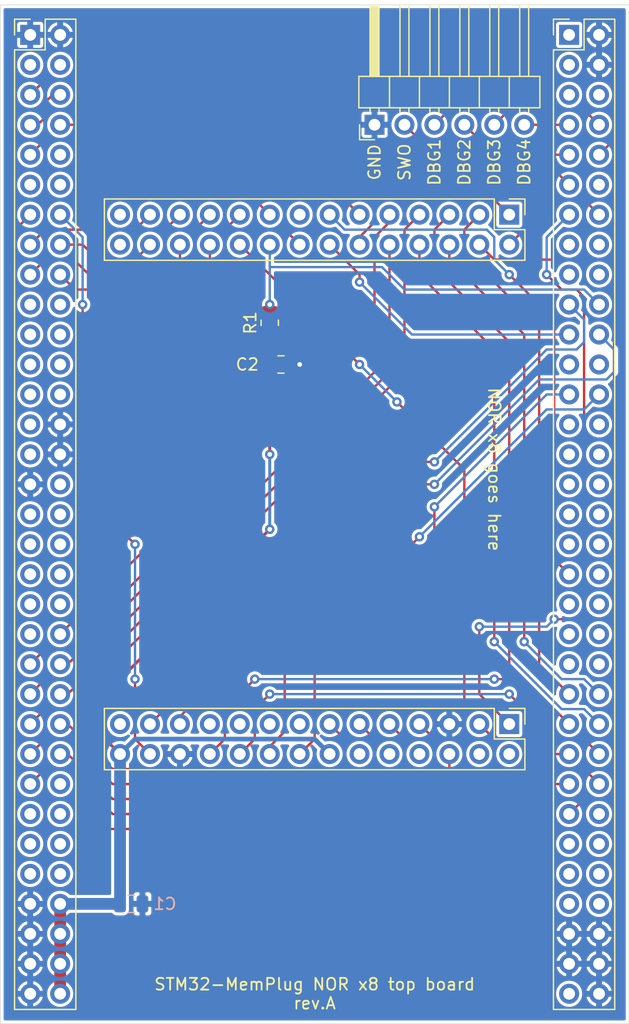
<source format=kicad_pcb>
(kicad_pcb (version 20171130) (host pcbnew "(5.1.10)-1")
  (layers (0 F.Cu signal) (31 B.Cu signal) (34 B.Paste user) (35 F.Paste user) (36 B.SilkS user) (37 F.SilkS user) (38 B.Mask user) (39 F.Mask user) (44 Edge.Cuts user))
  (net 0 "")
  (net 1 +3V3)
  (net 2 GND)
  (net 3 IO7)
  (net 4 IO6)
  (net 5 IO5)
  (net 6 IO4)
  (net 7 R~B)
  (net 8 ~WE)
  (net 9 IO3)
  (net 10 IO2)
  (net 11 A10)
  (net 12 A9)
  (net 13 IO0)
  (net 14 IO1)
  (net 15 A11)
  (net 16 A8)
  (net 17 A7)
  (net 18 A6)
  (net 19 A5)
  (net 20 A4)
  (net 21 A3)
  (net 22 A2)
  (net 23 A1)
  (net 24 A0)
  (net 25 A22)
  (net 26 A21)
  (net 27 A20)
  (net 28 A19)
  (net 29 A23)
  (net 30 PB7)
  (net 31 PB6)
  (net 32 PB5)
  (net 33 PB4)
  (net 34 PB3)
  (net 35 A25)
  (net 36 A24)
  (net 37 ~CE)
  (net 38 ~OE)
  (net 39 ~RST)
  (net 40 A15)
  (net 41 A14)
  (net 42 A13)
  (net 43 A12)
  (net 44 A18)
  (net 45 A17)
  (net 46 A16)
  (module Resistor_SMD:R_0805_2012Metric (layer F.Cu) (at 121.92 100.6075 90)
    (fp_text reference R1 (at 0 -1.65 90) (layer F.SilkS))
    (fp_text value 10k)
    (pad 2 smd roundrect (at 0.9125 0 90) (size 1.025 1.4) (layers F.Cu F.Paste F.Mask) (roundrect_rratio 0.2439014634146341) (net 7 R~B))
    (pad 1 smd roundrect (at -0.9125 0 90) (size 1.025 1.4) (layers F.Cu F.Paste F.Mask) (roundrect_rratio 0.2439014634146341) (net 1 +3V3))
  )
  (module Connector_PinHeader_2.54mm:PinHeader_1x06_P2.54mm_Horizontal (layer F.Cu) (at 130.81 83.82 90)
    (fp_text reference J3 hide)
    (fp_text value DBG)
    (pad 6 thru_hole oval (at 0 12.7 90) (size 1.7 1.7) (drill 1) (layers *.Cu *.Mask) (net 30 PB7))
    (pad 5 thru_hole oval (at 0 10.16 90) (size 1.7 1.7) (drill 1) (layers *.Cu *.Mask) (net 31 PB6))
    (pad 4 thru_hole oval (at 0 7.62 90) (size 1.7 1.7) (drill 1) (layers *.Cu *.Mask) (net 32 PB5))
    (pad 3 thru_hole oval (at 0 5.08 90) (size 1.7 1.7) (drill 1) (layers *.Cu *.Mask) (net 33 PB4))
    (pad 2 thru_hole oval (at 0 2.54 90) (size 1.7 1.7) (drill 1) (layers *.Cu *.Mask) (net 34 PB3))
    (pad 1 thru_hole rect (at 0 0 90) (size 1.7 1.7) (drill 1) (layers *.Cu *.Mask) (net 2 GND))
  )
  (module Connector_PinHeader_2.54mm:PinHeader_2x33_P2.54mm_Vertical (layer F.Cu) (at 147.32 76.2)
    (fp_text reference J2 hide)
    (fp_text value Right)
    (pad 66 thru_hole oval (at 2.54 81.28) (size 1.7 1.7) (drill 1) (layers *.Cu *.Mask) (net 2 GND))
    (pad 65 thru_hole oval (at 0 81.28) (size 1.7 1.7) (drill 1) (layers *.Cu *.Mask))
    (pad 64 thru_hole oval (at 2.54 78.74) (size 1.7 1.7) (drill 1) (layers *.Cu *.Mask) (net 2 GND))
    (pad 63 thru_hole oval (at 0 78.74) (size 1.7 1.7) (drill 1) (layers *.Cu *.Mask) (net 2 GND))
    (pad 62 thru_hole oval (at 2.54 76.2) (size 1.7 1.7) (drill 1) (layers *.Cu *.Mask) (net 2 GND))
    (pad 61 thru_hole oval (at 0 76.2) (size 1.7 1.7) (drill 1) (layers *.Cu *.Mask) (net 2 GND))
    (pad 60 thru_hole oval (at 2.54 73.66) (size 1.7 1.7) (drill 1) (layers *.Cu *.Mask))
    (pad 59 thru_hole oval (at 0 73.66) (size 1.7 1.7) (drill 1) (layers *.Cu *.Mask))
    (pad 58 thru_hole oval (at 2.54 71.12) (size 1.7 1.7) (drill 1) (layers *.Cu *.Mask))
    (pad 57 thru_hole oval (at 0 71.12) (size 1.7 1.7) (drill 1) (layers *.Cu *.Mask))
    (pad 56 thru_hole oval (at 2.54 68.58) (size 1.7 1.7) (drill 1) (layers *.Cu *.Mask))
    (pad 55 thru_hole oval (at 0 68.58) (size 1.7 1.7) (drill 1) (layers *.Cu *.Mask))
    (pad 54 thru_hole oval (at 2.54 66.04) (size 1.7 1.7) (drill 1) (layers *.Cu *.Mask))
    (pad 53 thru_hole oval (at 0 66.04) (size 1.7 1.7) (drill 1) (layers *.Cu *.Mask) (net 46 A16))
    (pad 52 thru_hole oval (at 2.54 63.5) (size 1.7 1.7) (drill 1) (layers *.Cu *.Mask) (net 45 A17))
    (pad 51 thru_hole oval (at 0 63.5) (size 1.7 1.7) (drill 1) (layers *.Cu *.Mask) (net 44 A18))
    (pad 50 thru_hole oval (at 2.54 60.96) (size 1.7 1.7) (drill 1) (layers *.Cu *.Mask) (net 13 IO0))
    (pad 49 thru_hole oval (at 0 60.96) (size 1.7 1.7) (drill 1) (layers *.Cu *.Mask) (net 14 IO1))
    (pad 48 thru_hole oval (at 2.54 58.42) (size 1.7 1.7) (drill 1) (layers *.Cu *.Mask) (net 43 A12))
    (pad 47 thru_hole oval (at 0 58.42) (size 1.7 1.7) (drill 1) (layers *.Cu *.Mask) (net 42 A13))
    (pad 46 thru_hole oval (at 2.54 55.88) (size 1.7 1.7) (drill 1) (layers *.Cu *.Mask) (net 41 A14))
    (pad 45 thru_hole oval (at 0 55.88) (size 1.7 1.7) (drill 1) (layers *.Cu *.Mask) (net 40 A15))
    (pad 44 thru_hole oval (at 2.54 53.34) (size 1.7 1.7) (drill 1) (layers *.Cu *.Mask))
    (pad 43 thru_hole oval (at 0 53.34) (size 1.7 1.7) (drill 1) (layers *.Cu *.Mask))
    (pad 42 thru_hole oval (at 2.54 50.8) (size 1.7 1.7) (drill 1) (layers *.Cu *.Mask))
    (pad 41 thru_hole oval (at 0 50.8) (size 1.7 1.7) (drill 1) (layers *.Cu *.Mask))
    (pad 40 thru_hole oval (at 2.54 48.26) (size 1.7 1.7) (drill 1) (layers *.Cu *.Mask))
    (pad 39 thru_hole oval (at 0 48.26) (size 1.7 1.7) (drill 1) (layers *.Cu *.Mask))
    (pad 38 thru_hole oval (at 2.54 45.72) (size 1.7 1.7) (drill 1) (layers *.Cu *.Mask))
    (pad 37 thru_hole oval (at 0 45.72) (size 1.7 1.7) (drill 1) (layers *.Cu *.Mask) (net 39 ~RST))
    (pad 36 thru_hole oval (at 2.54 43.18) (size 1.7 1.7) (drill 1) (layers *.Cu *.Mask))
    (pad 35 thru_hole oval (at 0 43.18) (size 1.7 1.7) (drill 1) (layers *.Cu *.Mask))
    (pad 34 thru_hole oval (at 2.54 40.64) (size 1.7 1.7) (drill 1) (layers *.Cu *.Mask))
    (pad 33 thru_hole oval (at 0 40.64) (size 1.7 1.7) (drill 1) (layers *.Cu *.Mask))
    (pad 32 thru_hole oval (at 2.54 38.1) (size 1.7 1.7) (drill 1) (layers *.Cu *.Mask))
    (pad 31 thru_hole oval (at 0 38.1) (size 1.7 1.7) (drill 1) (layers *.Cu *.Mask))
    (pad 30 thru_hole oval (at 2.54 35.56) (size 1.7 1.7) (drill 1) (layers *.Cu *.Mask))
    (pad 29 thru_hole oval (at 0 35.56) (size 1.7 1.7) (drill 1) (layers *.Cu *.Mask))
    (pad 28 thru_hole oval (at 2.54 33.02) (size 1.7 1.7) (drill 1) (layers *.Cu *.Mask))
    (pad 27 thru_hole oval (at 0 33.02) (size 1.7 1.7) (drill 1) (layers *.Cu *.Mask))
    (pad 26 thru_hole oval (at 2.54 30.48) (size 1.7 1.7) (drill 1) (layers *.Cu *.Mask) (net 10 IO2))
    (pad 25 thru_hole oval (at 0 30.48) (size 1.7 1.7) (drill 1) (layers *.Cu *.Mask) (net 9 IO3))
    (pad 24 thru_hole oval (at 2.54 27.94) (size 1.7 1.7) (drill 1) (layers *.Cu *.Mask))
    (pad 23 thru_hole oval (at 0 27.94) (size 1.7 1.7) (drill 1) (layers *.Cu *.Mask))
    (pad 22 thru_hole oval (at 2.54 25.4) (size 1.7 1.7) (drill 1) (layers *.Cu *.Mask) (net 38 ~OE))
    (pad 21 thru_hole oval (at 0 25.4) (size 1.7 1.7) (drill 1) (layers *.Cu *.Mask) (net 8 ~WE))
    (pad 20 thru_hole oval (at 2.54 22.86) (size 1.7 1.7) (drill 1) (layers *.Cu *.Mask) (net 7 R~B))
    (pad 19 thru_hole oval (at 0 22.86) (size 1.7 1.7) (drill 1) (layers *.Cu *.Mask) (net 37 ~CE))
    (pad 18 thru_hole oval (at 2.54 20.32) (size 1.7 1.7) (drill 1) (layers *.Cu *.Mask))
    (pad 17 thru_hole oval (at 0 20.32) (size 1.7 1.7) (drill 1) (layers *.Cu *.Mask))
    (pad 16 thru_hole oval (at 2.54 17.78) (size 1.7 1.7) (drill 1) (layers *.Cu *.Mask))
    (pad 15 thru_hole oval (at 0 17.78) (size 1.7 1.7) (drill 1) (layers *.Cu *.Mask))
    (pad 14 thru_hole oval (at 2.54 15.24) (size 1.7 1.7) (drill 1) (layers *.Cu *.Mask) (net 36 A24))
    (pad 13 thru_hole oval (at 0 15.24) (size 1.7 1.7) (drill 1) (layers *.Cu *.Mask) (net 35 A25))
    (pad 12 thru_hole oval (at 2.54 12.7) (size 1.7 1.7) (drill 1) (layers *.Cu *.Mask))
    (pad 11 thru_hole oval (at 0 12.7) (size 1.7 1.7) (drill 1) (layers *.Cu *.Mask) (net 34 PB3))
    (pad 10 thru_hole oval (at 2.54 10.16) (size 1.7 1.7) (drill 1) (layers *.Cu *.Mask) (net 33 PB4))
    (pad 9 thru_hole oval (at 0 10.16) (size 1.7 1.7) (drill 1) (layers *.Cu *.Mask) (net 32 PB5))
    (pad 8 thru_hole oval (at 2.54 7.62) (size 1.7 1.7) (drill 1) (layers *.Cu *.Mask) (net 31 PB6))
    (pad 7 thru_hole oval (at 0 7.62) (size 1.7 1.7) (drill 1) (layers *.Cu *.Mask) (net 30 PB7))
    (pad 6 thru_hole oval (at 2.54 5.08) (size 1.7 1.7) (drill 1) (layers *.Cu *.Mask))
    (pad 5 thru_hole oval (at 0 5.08) (size 1.7 1.7) (drill 1) (layers *.Cu *.Mask))
    (pad 4 thru_hole oval (at 2.54 2.54) (size 1.7 1.7) (drill 1) (layers *.Cu *.Mask) (net 2 GND))
    (pad 3 thru_hole oval (at 0 2.54) (size 1.7 1.7) (drill 1) (layers *.Cu *.Mask))
    (pad 2 thru_hole oval (at 2.54 0) (size 1.7 1.7) (drill 1) (layers *.Cu *.Mask) (net 2 GND))
    (pad 1 thru_hole rect (at 0 0) (size 1.7 1.7) (drill 1) (layers *.Cu *.Mask))
  )
  (module Connector_PinHeader_2.54mm:PinHeader_2x33_P2.54mm_Vertical (layer F.Cu) (at 101.6 76.2)
    (fp_text reference J1 hide)
    (fp_text value Left)
    (pad 66 thru_hole oval (at 2.54 81.28) (size 1.7 1.7) (drill 1) (layers *.Cu *.Mask) (net 1 +3V3))
    (pad 65 thru_hole oval (at 0 81.28) (size 1.7 1.7) (drill 1) (layers *.Cu *.Mask) (net 2 GND))
    (pad 64 thru_hole oval (at 2.54 78.74) (size 1.7 1.7) (drill 1) (layers *.Cu *.Mask) (net 1 +3V3))
    (pad 63 thru_hole oval (at 0 78.74) (size 1.7 1.7) (drill 1) (layers *.Cu *.Mask) (net 2 GND))
    (pad 62 thru_hole oval (at 2.54 76.2) (size 1.7 1.7) (drill 1) (layers *.Cu *.Mask) (net 1 +3V3))
    (pad 61 thru_hole oval (at 0 76.2) (size 1.7 1.7) (drill 1) (layers *.Cu *.Mask) (net 2 GND))
    (pad 60 thru_hole oval (at 2.54 73.66) (size 1.7 1.7) (drill 1) (layers *.Cu *.Mask) (net 1 +3V3))
    (pad 59 thru_hole oval (at 0 73.66) (size 1.7 1.7) (drill 1) (layers *.Cu *.Mask) (net 2 GND))
    (pad 58 thru_hole oval (at 2.54 71.12) (size 1.7 1.7) (drill 1) (layers *.Cu *.Mask))
    (pad 57 thru_hole oval (at 0 71.12) (size 1.7 1.7) (drill 1) (layers *.Cu *.Mask))
    (pad 56 thru_hole oval (at 2.54 68.58) (size 1.7 1.7) (drill 1) (layers *.Cu *.Mask))
    (pad 55 thru_hole oval (at 0 68.58) (size 1.7 1.7) (drill 1) (layers *.Cu *.Mask))
    (pad 54 thru_hole oval (at 2.54 66.04) (size 1.7 1.7) (drill 1) (layers *.Cu *.Mask))
    (pad 53 thru_hole oval (at 0 66.04) (size 1.7 1.7) (drill 1) (layers *.Cu *.Mask))
    (pad 52 thru_hole oval (at 2.54 63.5) (size 1.7 1.7) (drill 1) (layers *.Cu *.Mask))
    (pad 51 thru_hole oval (at 0 63.5) (size 1.7 1.7) (drill 1) (layers *.Cu *.Mask) (net 3 IO7))
    (pad 50 thru_hole oval (at 2.54 60.96) (size 1.7 1.7) (drill 1) (layers *.Cu *.Mask) (net 4 IO6))
    (pad 49 thru_hole oval (at 0 60.96) (size 1.7 1.7) (drill 1) (layers *.Cu *.Mask) (net 5 IO5))
    (pad 48 thru_hole oval (at 2.54 58.42) (size 1.7 1.7) (drill 1) (layers *.Cu *.Mask) (net 6 IO4))
    (pad 47 thru_hole oval (at 0 58.42) (size 1.7 1.7) (drill 1) (layers *.Cu *.Mask) (net 15 A11))
    (pad 46 thru_hole oval (at 2.54 55.88) (size 1.7 1.7) (drill 1) (layers *.Cu *.Mask) (net 11 A10))
    (pad 45 thru_hole oval (at 0 55.88) (size 1.7 1.7) (drill 1) (layers *.Cu *.Mask) (net 12 A9))
    (pad 44 thru_hole oval (at 2.54 53.34) (size 1.7 1.7) (drill 1) (layers *.Cu *.Mask) (net 16 A8))
    (pad 43 thru_hole oval (at 0 53.34) (size 1.7 1.7) (drill 1) (layers *.Cu *.Mask) (net 17 A7))
    (pad 42 thru_hole oval (at 2.54 50.8) (size 1.7 1.7) (drill 1) (layers *.Cu *.Mask) (net 18 A6))
    (pad 41 thru_hole oval (at 0 50.8) (size 1.7 1.7) (drill 1) (layers *.Cu *.Mask))
    (pad 40 thru_hole oval (at 2.54 48.26) (size 1.7 1.7) (drill 1) (layers *.Cu *.Mask))
    (pad 39 thru_hole oval (at 0 48.26) (size 1.7 1.7) (drill 1) (layers *.Cu *.Mask))
    (pad 38 thru_hole oval (at 2.54 45.72) (size 1.7 1.7) (drill 1) (layers *.Cu *.Mask))
    (pad 37 thru_hole oval (at 0 45.72) (size 1.7 1.7) (drill 1) (layers *.Cu *.Mask))
    (pad 36 thru_hole oval (at 2.54 43.18) (size 1.7 1.7) (drill 1) (layers *.Cu *.Mask))
    (pad 35 thru_hole oval (at 0 43.18) (size 1.7 1.7) (drill 1) (layers *.Cu *.Mask))
    (pad 34 thru_hole oval (at 2.54 40.64) (size 1.7 1.7) (drill 1) (layers *.Cu *.Mask))
    (pad 33 thru_hole oval (at 0 40.64) (size 1.7 1.7) (drill 1) (layers *.Cu *.Mask))
    (pad 32 thru_hole oval (at 2.54 38.1) (size 1.7 1.7) (drill 1) (layers *.Cu *.Mask))
    (pad 31 thru_hole oval (at 0 38.1) (size 1.7 1.7) (drill 1) (layers *.Cu *.Mask) (net 2 GND))
    (pad 30 thru_hole oval (at 2.54 35.56) (size 1.7 1.7) (drill 1) (layers *.Cu *.Mask) (net 2 GND))
    (pad 29 thru_hole oval (at 0 35.56) (size 1.7 1.7) (drill 1) (layers *.Cu *.Mask))
    (pad 28 thru_hole oval (at 2.54 33.02) (size 1.7 1.7) (drill 1) (layers *.Cu *.Mask) (net 2 GND))
    (pad 27 thru_hole oval (at 0 33.02) (size 1.7 1.7) (drill 1) (layers *.Cu *.Mask))
    (pad 26 thru_hole oval (at 2.54 30.48) (size 1.7 1.7) (drill 1) (layers *.Cu *.Mask))
    (pad 25 thru_hole oval (at 0 30.48) (size 1.7 1.7) (drill 1) (layers *.Cu *.Mask))
    (pad 24 thru_hole oval (at 2.54 27.94) (size 1.7 1.7) (drill 1) (layers *.Cu *.Mask))
    (pad 23 thru_hole oval (at 0 27.94) (size 1.7 1.7) (drill 1) (layers *.Cu *.Mask))
    (pad 22 thru_hole oval (at 2.54 25.4) (size 1.7 1.7) (drill 1) (layers *.Cu *.Mask))
    (pad 21 thru_hole oval (at 0 25.4) (size 1.7 1.7) (drill 1) (layers *.Cu *.Mask))
    (pad 20 thru_hole oval (at 2.54 22.86) (size 1.7 1.7) (drill 1) (layers *.Cu *.Mask))
    (pad 19 thru_hole oval (at 0 22.86) (size 1.7 1.7) (drill 1) (layers *.Cu *.Mask))
    (pad 18 thru_hole oval (at 2.54 20.32) (size 1.7 1.7) (drill 1) (layers *.Cu *.Mask) (net 19 A5))
    (pad 17 thru_hole oval (at 0 20.32) (size 1.7 1.7) (drill 1) (layers *.Cu *.Mask) (net 20 A4))
    (pad 16 thru_hole oval (at 2.54 17.78) (size 1.7 1.7) (drill 1) (layers *.Cu *.Mask) (net 21 A3))
    (pad 15 thru_hole oval (at 0 17.78) (size 1.7 1.7) (drill 1) (layers *.Cu *.Mask) (net 22 A2))
    (pad 14 thru_hole oval (at 2.54 15.24) (size 1.7 1.7) (drill 1) (layers *.Cu *.Mask) (net 23 A1))
    (pad 13 thru_hole oval (at 0 15.24) (size 1.7 1.7) (drill 1) (layers *.Cu *.Mask) (net 24 A0))
    (pad 12 thru_hole oval (at 2.54 12.7) (size 1.7 1.7) (drill 1) (layers *.Cu *.Mask))
    (pad 11 thru_hole oval (at 0 12.7) (size 1.7 1.7) (drill 1) (layers *.Cu *.Mask))
    (pad 10 thru_hole oval (at 2.54 10.16) (size 1.7 1.7) (drill 1) (layers *.Cu *.Mask))
    (pad 9 thru_hole oval (at 0 10.16) (size 1.7 1.7) (drill 1) (layers *.Cu *.Mask) (net 25 A22))
    (pad 8 thru_hole oval (at 2.54 7.62) (size 1.7 1.7) (drill 1) (layers *.Cu *.Mask) (net 26 A21))
    (pad 7 thru_hole oval (at 0 7.62) (size 1.7 1.7) (drill 1) (layers *.Cu *.Mask) (net 27 A20))
    (pad 6 thru_hole oval (at 2.54 5.08) (size 1.7 1.7) (drill 1) (layers *.Cu *.Mask) (net 28 A19))
    (pad 5 thru_hole oval (at 0 5.08) (size 1.7 1.7) (drill 1) (layers *.Cu *.Mask) (net 29 A23))
    (pad 4 thru_hole oval (at 2.54 2.54) (size 1.7 1.7) (drill 1) (layers *.Cu *.Mask))
    (pad 3 thru_hole oval (at 0 2.54) (size 1.7 1.7) (drill 1) (layers *.Cu *.Mask))
    (pad 2 thru_hole oval (at 2.54 0) (size 1.7 1.7) (drill 1) (layers *.Cu *.Mask) (net 2 GND))
    (pad 1 thru_hole rect (at 0 0) (size 1.7 1.7) (drill 1) (layers *.Cu *.Mask) (net 2 GND))
  )
  (module Connector_PinHeader_2.54mm:PinHeader_2x14_P2.54mm_Vertical (layer F.Cu) (at 142.24 134.62 270)
    (fp_text reference J5 hide)
    (fp_text value Right)
    (pad 28 thru_hole oval (at 2.54 33.02 270) (size 1.7 1.7) (drill 1) (layers *.Cu *.Mask) (net 1 +3V3))
    (pad 27 thru_hole oval (at 0 33.02 270) (size 1.7 1.7) (drill 1) (layers *.Cu *.Mask))
    (pad 26 thru_hole oval (at 2.54 30.48 270) (size 1.7 1.7) (drill 1) (layers *.Cu *.Mask) (net 23 A1))
    (pad 25 thru_hole oval (at 0 30.48 270) (size 1.7 1.7) (drill 1) (layers *.Cu *.Mask) (net 37 ~CE))
    (pad 24 thru_hole oval (at 2.54 27.94 270) (size 1.7 1.7) (drill 1) (layers *.Cu *.Mask) (net 2 GND))
    (pad 23 thru_hole oval (at 0 27.94 270) (size 1.7 1.7) (drill 1) (layers *.Cu *.Mask) (net 38 ~OE))
    (pad 22 thru_hole oval (at 2.54 25.4 270) (size 1.7 1.7) (drill 1) (layers *.Cu *.Mask) (net 13 IO0))
    (pad 21 thru_hole oval (at 0 25.4 270) (size 1.7 1.7) (drill 1) (layers *.Cu *.Mask))
    (pad 20 thru_hole oval (at 2.54 22.86 270) (size 1.7 1.7) (drill 1) (layers *.Cu *.Mask) (net 14 IO1))
    (pad 19 thru_hole oval (at 0 22.86 270) (size 1.7 1.7) (drill 1) (layers *.Cu *.Mask))
    (pad 18 thru_hole oval (at 2.54 20.32 270) (size 1.7 1.7) (drill 1) (layers *.Cu *.Mask) (net 10 IO2))
    (pad 17 thru_hole oval (at 0 20.32 270) (size 1.7 1.7) (drill 1) (layers *.Cu *.Mask))
    (pad 16 thru_hole oval (at 2.54 17.78 270) (size 1.7 1.7) (drill 1) (layers *.Cu *.Mask) (net 9 IO3))
    (pad 15 thru_hole oval (at 0 17.78 270) (size 1.7 1.7) (drill 1) (layers *.Cu *.Mask))
    (pad 14 thru_hole oval (at 2.54 15.24 270) (size 1.7 1.7) (drill 1) (layers *.Cu *.Mask) (net 1 +3V3))
    (pad 13 thru_hole oval (at 0 15.24 270) (size 1.7 1.7) (drill 1) (layers *.Cu *.Mask) (net 6 IO4))
    (pad 12 thru_hole oval (at 2.54 12.7 270) (size 1.7 1.7) (drill 1) (layers *.Cu *.Mask))
    (pad 11 thru_hole oval (at 0 12.7 270) (size 1.7 1.7) (drill 1) (layers *.Cu *.Mask) (net 5 IO5))
    (pad 10 thru_hole oval (at 2.54 10.16 270) (size 1.7 1.7) (drill 1) (layers *.Cu *.Mask))
    (pad 9 thru_hole oval (at 0 10.16 270) (size 1.7 1.7) (drill 1) (layers *.Cu *.Mask) (net 4 IO6))
    (pad 8 thru_hole oval (at 2.54 7.62 270) (size 1.7 1.7) (drill 1) (layers *.Cu *.Mask))
    (pad 7 thru_hole oval (at 0 7.62 270) (size 1.7 1.7) (drill 1) (layers *.Cu *.Mask) (net 3 IO7))
    (pad 6 thru_hole oval (at 2.54 5.08 270) (size 1.7 1.7) (drill 1) (layers *.Cu *.Mask) (net 24 A0))
    (pad 5 thru_hole oval (at 0 5.08 270) (size 1.7 1.7) (drill 1) (layers *.Cu *.Mask) (net 2 GND))
    (pad 4 thru_hole oval (at 2.54 2.54 270) (size 1.7 1.7) (drill 1) (layers *.Cu *.Mask))
    (pad 3 thru_hole oval (at 0 2.54 270) (size 1.7 1.7) (drill 1) (layers *.Cu *.Mask) (net 45 A17))
    (pad 2 thru_hole oval (at 2.54 0 270) (size 1.7 1.7) (drill 1) (layers *.Cu *.Mask))
    (pad 1 thru_hole rect (at 0 0 270) (size 1.7 1.7) (drill 1) (layers *.Cu *.Mask) (net 35 A25))
  )
  (module Connector_PinHeader_2.54mm:PinHeader_2x14_P2.54mm_Vertical (layer F.Cu) (at 142.24 91.44 270)
    (fp_text reference J4 hide)
    (fp_text value Left)
    (pad 28 thru_hole oval (at 2.54 33.02 270) (size 1.7 1.7) (drill 1) (layers *.Cu *.Mask))
    (pad 27 thru_hole oval (at 0 33.02 270) (size 1.7 1.7) (drill 1) (layers *.Cu *.Mask))
    (pad 26 thru_hole oval (at 2.54 30.48 270) (size 1.7 1.7) (drill 1) (layers *.Cu *.Mask) (net 21 A3))
    (pad 25 thru_hole oval (at 0 30.48 270) (size 1.7 1.7) (drill 1) (layers *.Cu *.Mask) (net 22 A2))
    (pad 24 thru_hole oval (at 2.54 27.94 270) (size 1.7 1.7) (drill 1) (layers *.Cu *.Mask) (net 19 A5))
    (pad 23 thru_hole oval (at 0 27.94 270) (size 1.7 1.7) (drill 1) (layers *.Cu *.Mask) (net 20 A4))
    (pad 22 thru_hole oval (at 2.54 25.4 270) (size 1.7 1.7) (drill 1) (layers *.Cu *.Mask) (net 17 A7))
    (pad 21 thru_hole oval (at 0 25.4 270) (size 1.7 1.7) (drill 1) (layers *.Cu *.Mask) (net 18 A6))
    (pad 20 thru_hole oval (at 2.54 22.86 270) (size 1.7 1.7) (drill 1) (layers *.Cu *.Mask) (net 44 A18))
    (pad 19 thru_hole oval (at 0 22.86 270) (size 1.7 1.7) (drill 1) (layers *.Cu *.Mask) (net 16 A8))
    (pad 18 thru_hole oval (at 2.54 20.32 270) (size 1.7 1.7) (drill 1) (layers *.Cu *.Mask) (net 7 R~B))
    (pad 17 thru_hole oval (at 0 20.32 270) (size 1.7 1.7) (drill 1) (layers *.Cu *.Mask) (net 28 A19))
    (pad 16 thru_hole oval (at 2.54 17.78 270) (size 1.7 1.7) (drill 1) (layers *.Cu *.Mask) (net 25 A22))
    (pad 15 thru_hole oval (at 0 17.78 270) (size 1.7 1.7) (drill 1) (layers *.Cu *.Mask))
    (pad 14 thru_hole oval (at 2.54 15.24 270) (size 1.7 1.7) (drill 1) (layers *.Cu *.Mask) (net 8 ~WE))
    (pad 13 thru_hole oval (at 0 15.24 270) (size 1.7 1.7) (drill 1) (layers *.Cu *.Mask) (net 39 ~RST))
    (pad 12 thru_hole oval (at 2.54 12.7 270) (size 1.7 1.7) (drill 1) (layers *.Cu *.Mask) (net 27 A20))
    (pad 11 thru_hole oval (at 0 12.7 270) (size 1.7 1.7) (drill 1) (layers *.Cu *.Mask) (net 26 A21))
    (pad 10 thru_hole oval (at 2.54 10.16 270) (size 1.7 1.7) (drill 1) (layers *.Cu *.Mask) (net 11 A10))
    (pad 9 thru_hole oval (at 0 10.16 270) (size 1.7 1.7) (drill 1) (layers *.Cu *.Mask) (net 12 A9))
    (pad 8 thru_hole oval (at 2.54 7.62 270) (size 1.7 1.7) (drill 1) (layers *.Cu *.Mask) (net 43 A12))
    (pad 7 thru_hole oval (at 0 7.62 270) (size 1.7 1.7) (drill 1) (layers *.Cu *.Mask) (net 15 A11))
    (pad 6 thru_hole oval (at 2.54 5.08 270) (size 1.7 1.7) (drill 1) (layers *.Cu *.Mask) (net 41 A14))
    (pad 5 thru_hole oval (at 0 5.08 270) (size 1.7 1.7) (drill 1) (layers *.Cu *.Mask) (net 42 A13))
    (pad 4 thru_hole oval (at 2.54 2.54 270) (size 1.7 1.7) (drill 1) (layers *.Cu *.Mask) (net 46 A16))
    (pad 3 thru_hole oval (at 0 2.54 270) (size 1.7 1.7) (drill 1) (layers *.Cu *.Mask) (net 40 A15))
    (pad 2 thru_hole oval (at 2.54 0 270) (size 1.7 1.7) (drill 1) (layers *.Cu *.Mask) (net 36 A24))
    (pad 1 thru_hole rect (at 0 0 270) (size 1.7 1.7) (drill 1) (layers *.Cu *.Mask) (net 29 A23))
  )
  (module Capacitor_SMD:C_0805_2012Metric (layer B.Cu) (at 110.17 149.86 180)
    (fp_text reference C1 (at -2.86 0) (layer B.SilkS) (effects (justify mirror)))
    (fp_text value 100n)
    (pad 1 smd roundrect (at -0.95 0 180) (size 1 1.45) (layers B.Cu B.Paste B.Mask) (net 2 GND))
    (pad 2 smd roundrect (at 0.95 0 180) (size 1 1.45) (layers B.Cu B.Paste B.Mask) (net 1 +3V3))
  )
  (module Capacitor_SMD:C_0805_2012Metric (layer F.Cu) (at 122.87 104.14 180)
    (fp_text reference C2 (at 2.855 0) (layer F.SilkS))
    (fp_text value 100n)
    (pad 2 smd roundrect (at 0.95 0 180) (size 1 1.45) (layers F.Cu F.Paste F.Mask) (net 1 +3V3))
    (pad 1 smd roundrect (at -0.95 0 180) (size 1 1.45) (layers F.Cu F.Paste F.Mask) (net 2 GND))
  )
  (gr_text DBG4 (at 143.51 86.995 90) (layer F.SilkS) (effects (font (size 1 1))))
  (gr_text DBG3 (at 140.97 86.995 90) (layer F.SilkS) (effects (font (size 1 1))))
  (gr_text DBG2 (at 138.43 86.995 90) (layer F.SilkS) (effects (font (size 1 1))))
  (gr_text DBG1 (at 135.89 86.995 90) (layer F.SilkS) (effects (font (size 1 1))))
  (gr_text SWO (at 133.35 86.995 90) (layer F.SilkS) (effects (font (size 1 1))))
  (gr_text GND (at 130.81 86.995 90) (layer F.SilkS) (effects (font (size 1 1))))
  (gr_text "STM32-MemPlug NOR x8 top board\nrev.A" (at 125.73 157.48) (layer F.SilkS) (effects (font (size 1 1))))
  (gr_text "NOR x8 goes here" (at 140.97 113.03 270) (layer F.SilkS) (effects (font (size 1 1))))
  (gr_line (start 152.4 160.02) (end 99.06 160.02) (layer Edge.Cuts) (width 0.05))
  (gr_line (start 152.4 73.66) (end 152.4 160.02) (layer Edge.Cuts) (width 0.05))
  (gr_line (start 99.06 73.66) (end 152.4 73.66) (layer Edge.Cuts) (width 0.05))
  (gr_line (start 99.06 160.02) (end 99.06 73.66) (layer Edge.Cuts) (width 0.05))
  (segment (start 104.14 157.48) (end 104.14 149.86) (width 1) (layer F.Cu) (net 1))
  (segment (start 125.73 135.89) (end 127 137.16) (width 0.4) (layer B.Cu) (net 1))
  (segment (start 109.22 137.16) (end 110.49 135.89) (width 0.4) (layer B.Cu) (net 1))
  (segment (start 110.49 135.89) (end 125.73 135.89) (width 0.4) (layer B.Cu) (net 1))
  (via (at 121.920008 118.11) (size 0.8) (drill 0.4) (layers F.Cu B.Cu) (net 1))
  (segment (start 109.22 149.86) (end 104.14 149.86) (width 1) (layer B.Cu) (net 1))
  (segment (start 109.22 137.16) (end 109.22 149.86) (width 1) (layer B.Cu) (net 1))
  (segment (start 107.95 132.080008) (end 121.920008 118.11) (width 0.25) (layer F.Cu) (net 1))
  (segment (start 107.95 135.89) (end 107.95 132.080008) (width 0.25) (layer F.Cu) (net 1))
  (segment (start 109.22 137.16) (end 107.95 135.89) (width 0.25) (layer F.Cu) (net 1))
  (via (at 121.92 111.76) (size 0.8) (drill 0.4) (layers F.Cu B.Cu) (net 1))
  (segment (start 121.92 101.52) (end 121.92 111.76) (width 0.25) (layer F.Cu) (net 1))
  (segment (start 121.920008 118.11) (end 121.920008 111.760008) (width 0.25) (layer B.Cu) (net 1))
  (segment (start 121.920008 111.760008) (end 121.92 111.76) (width 0.25) (layer B.Cu) (net 1))
  (via (at 124.46 104.14) (size 0.8) (drill 0.4) (layers F.Cu B.Cu) (net 2))
  (segment (start 123.82 104.14) (end 124.46 104.14) (width 0.25) (layer F.Cu) (net 2))
  (segment (start 135.89 135.89) (end 134.62 134.62) (width 0.2) (layer F.Cu) (net 3))
  (segment (start 135.89 137.795) (end 135.89 135.89) (width 0.2) (layer F.Cu) (net 3))
  (segment (start 131.445 142.24) (end 135.89 137.795) (width 0.2) (layer F.Cu) (net 3))
  (segment (start 108.585 142.24) (end 131.445 142.24) (width 0.2) (layer F.Cu) (net 3))
  (segment (start 104.775 138.43) (end 108.585 142.24) (width 0.2) (layer F.Cu) (net 3))
  (segment (start 102.87 138.43) (end 104.775 138.43) (width 0.2) (layer F.Cu) (net 3))
  (segment (start 101.6 139.7) (end 102.87 138.43) (width 0.2) (layer F.Cu) (net 3))
  (segment (start 133.35 135.89) (end 132.08 134.62) (width 0.2) (layer F.Cu) (net 4))
  (segment (start 133.35 137.795) (end 133.35 135.89) (width 0.2) (layer F.Cu) (net 4))
  (segment (start 130.175 140.97) (end 133.35 137.795) (width 0.2) (layer F.Cu) (net 4))
  (segment (start 108.585 140.97) (end 130.175 140.97) (width 0.2) (layer F.Cu) (net 4))
  (segment (start 104.775 137.16) (end 108.585 140.97) (width 0.2) (layer F.Cu) (net 4))
  (segment (start 104.14 137.16) (end 104.775 137.16) (width 0.2) (layer F.Cu) (net 4))
  (segment (start 130.81 137.795) (end 130.81 135.89) (width 0.2) (layer F.Cu) (net 5))
  (segment (start 130.81 135.89) (end 129.54 134.62) (width 0.2) (layer F.Cu) (net 5))
  (segment (start 128.905 139.7) (end 130.81 137.795) (width 0.2) (layer F.Cu) (net 5))
  (segment (start 108.585 139.7) (end 128.905 139.7) (width 0.2) (layer F.Cu) (net 5))
  (segment (start 104.775 135.89) (end 108.585 139.7) (width 0.2) (layer F.Cu) (net 5))
  (segment (start 102.87 135.89) (end 104.775 135.89) (width 0.2) (layer F.Cu) (net 5))
  (segment (start 101.6 137.16) (end 102.87 135.89) (width 0.2) (layer F.Cu) (net 5))
  (segment (start 128.27 135.89) (end 127 134.62) (width 0.2) (layer F.Cu) (net 6))
  (segment (start 128.27 137.795) (end 128.27 135.89) (width 0.2) (layer F.Cu) (net 6))
  (segment (start 127.635 138.43) (end 128.27 137.795) (width 0.2) (layer F.Cu) (net 6))
  (segment (start 108.585 138.43) (end 127.635 138.43) (width 0.2) (layer F.Cu) (net 6))
  (segment (start 104.775 134.62) (end 108.585 138.43) (width 0.2) (layer F.Cu) (net 6))
  (segment (start 104.14 134.62) (end 104.775 134.62) (width 0.2) (layer F.Cu) (net 6))
  (segment (start 121.92 97.79) (end 121.92 93.98) (width 0.2) (layer B.Cu) (net 7))
  (via (at 121.92 99.06) (size 0.8) (drill 0.4) (layers F.Cu B.Cu) (net 7))
  (segment (start 121.92 97.79) (end 121.92 99.06) (width 0.2) (layer B.Cu) (net 7))
  (segment (start 121.92 99.06) (end 121.92 99.695) (width 0.2) (layer F.Cu) (net 7))
  (segment (start 131.445 95.885) (end 121.92 95.885) (width 0.2) (layer B.Cu) (net 7))
  (segment (start 133.35 97.79) (end 131.445 95.885) (width 0.2) (layer B.Cu) (net 7))
  (segment (start 148.59 97.79) (end 133.35 97.79) (width 0.2) (layer B.Cu) (net 7))
  (segment (start 149.86 99.06) (end 148.59 97.79) (width 0.2) (layer B.Cu) (net 7))
  (segment (start 129.54 96.52) (end 129.54 97.155) (width 0.2) (layer F.Cu) (net 8))
  (segment (start 127 93.98) (end 129.54 96.52) (width 0.2) (layer F.Cu) (net 8))
  (segment (start 133.985 101.6) (end 129.54 97.155) (width 0.2) (layer B.Cu) (net 8))
  (segment (start 147.32 101.6) (end 133.985 101.6) (width 0.2) (layer B.Cu) (net 8))
  (via (at 129.54 97.155) (size 0.8) (drill 0.4) (layers F.Cu B.Cu) (net 8))
  (via (at 135.88999 116.205) (size 0.8) (drill 0.4) (layers F.Cu B.Cu) (net 9))
  (segment (start 125.73 135.89) (end 125.73 129.54) (width 0.2) (layer F.Cu) (net 9))
  (segment (start 145.41499 106.68) (end 135.88999 116.205) (width 0.2) (layer B.Cu) (net 9))
  (segment (start 147.32 106.68) (end 145.41499 106.68) (width 0.2) (layer B.Cu) (net 9))
  (segment (start 124.46 137.16) (end 125.73 135.89) (width 0.2) (layer F.Cu) (net 9))
  (segment (start 125.73 129.54) (end 135.88999 119.38001) (width 0.2) (layer F.Cu) (net 9))
  (segment (start 135.88999 119.38001) (end 135.88999 116.205) (width 0.2) (layer F.Cu) (net 9))
  (segment (start 145.415 107.95) (end 134.62 118.745) (width 0.2) (layer B.Cu) (net 10))
  (segment (start 149.86 106.68) (end 148.59 107.95) (width 0.2) (layer B.Cu) (net 10))
  (segment (start 148.59 107.95) (end 145.415 107.95) (width 0.2) (layer B.Cu) (net 10))
  (via (at 134.62 118.745) (size 0.8) (drill 0.4) (layers F.Cu B.Cu) (net 10))
  (segment (start 123.19 130.175) (end 134.62 118.745) (width 0.2) (layer F.Cu) (net 10))
  (segment (start 123.19 135.255) (end 123.19 130.175) (width 0.2) (layer F.Cu) (net 10))
  (segment (start 121.92 136.525) (end 123.19 135.255) (width 0.2) (layer F.Cu) (net 10))
  (segment (start 121.92 137.16) (end 121.92 136.525) (width 0.2) (layer F.Cu) (net 10))
  (segment (start 132.08 104.775) (end 104.775 132.08) (width 0.2) (layer F.Cu) (net 11))
  (segment (start 104.775 132.08) (end 104.14 132.08) (width 0.2) (layer F.Cu) (net 11))
  (segment (start 132.08 93.98) (end 132.08 104.775) (width 0.2) (layer F.Cu) (net 11))
  (segment (start 102.87 130.81) (end 101.6 132.08) (width 0.2) (layer F.Cu) (net 12))
  (segment (start 130.81 104.775) (end 104.775 130.81) (width 0.2) (layer F.Cu) (net 12))
  (segment (start 130.81 93.345) (end 130.81 104.775) (width 0.2) (layer F.Cu) (net 12))
  (segment (start 132.08 92.075) (end 130.81 93.345) (width 0.2) (layer F.Cu) (net 12))
  (segment (start 104.775 130.81) (end 102.87 130.81) (width 0.2) (layer F.Cu) (net 12))
  (segment (start 132.08 91.44) (end 132.08 92.075) (width 0.2) (layer F.Cu) (net 12))
  (via (at 120.65 130.81) (size 0.8) (drill 0.4) (layers F.Cu B.Cu) (net 13))
  (segment (start 118.11 133.35) (end 120.65 130.81) (width 0.2) (layer F.Cu) (net 13))
  (segment (start 116.84 137.16) (end 118.11 135.89) (width 0.2) (layer F.Cu) (net 13))
  (segment (start 118.11 135.89) (end 118.11 133.35) (width 0.2) (layer F.Cu) (net 13))
  (via (at 140.97 130.810008) (size 0.8) (drill 0.4) (layers F.Cu B.Cu) (net 13))
  (segment (start 140.969992 130.81) (end 140.97 130.810008) (width 0.2) (layer B.Cu) (net 13))
  (segment (start 120.65 130.81) (end 140.969992 130.81) (width 0.2) (layer B.Cu) (net 13))
  (segment (start 142.240008 130.810008) (end 140.97 130.810008) (width 0.2) (layer F.Cu) (net 13))
  (segment (start 144.78 134.62) (end 144.78 133.35) (width 0.2) (layer F.Cu) (net 13))
  (segment (start 146.05 135.89) (end 144.78 134.62) (width 0.2) (layer F.Cu) (net 13))
  (segment (start 148.59 135.89) (end 146.05 135.89) (width 0.2) (layer F.Cu) (net 13))
  (segment (start 144.78 133.35) (end 142.240008 130.810008) (width 0.2) (layer F.Cu) (net 13))
  (segment (start 149.86 137.16) (end 148.59 135.89) (width 0.2) (layer F.Cu) (net 13))
  (segment (start 120.65 133.35) (end 121.92 132.08) (width 0.2) (layer F.Cu) (net 14))
  (segment (start 120.65 135.89) (end 120.65 133.35) (width 0.2) (layer F.Cu) (net 14))
  (segment (start 119.38 137.16) (end 120.65 135.89) (width 0.2) (layer F.Cu) (net 14))
  (via (at 121.92 132.08) (size 0.8) (drill 0.4) (layers F.Cu B.Cu) (net 14))
  (via (at 142.240008 132.08) (size 0.8) (drill 0.4) (layers F.Cu B.Cu) (net 14))
  (segment (start 121.92 132.08) (end 142.240008 132.08) (width 0.2) (layer B.Cu) (net 14))
  (segment (start 147.32 137.16) (end 145.415 137.16) (width 0.2) (layer F.Cu) (net 14))
  (segment (start 145.415 137.16) (end 143.51 135.255) (width 0.2) (layer F.Cu) (net 14))
  (segment (start 143.51 135.255) (end 143.51 133.349992) (width 0.2) (layer F.Cu) (net 14))
  (segment (start 143.51 133.349992) (end 142.240008 132.08) (width 0.2) (layer F.Cu) (net 14))
  (segment (start 104.775 133.35) (end 102.87 133.35) (width 0.2) (layer F.Cu) (net 15))
  (segment (start 133.35 104.775) (end 104.775 133.35) (width 0.2) (layer F.Cu) (net 15))
  (segment (start 102.87 133.35) (end 101.6 134.62) (width 0.2) (layer F.Cu) (net 15))
  (segment (start 133.35 92.71) (end 133.35 104.775) (width 0.2) (layer F.Cu) (net 15))
  (segment (start 134.62 91.44) (end 133.35 92.71) (width 0.2) (layer F.Cu) (net 15))
  (segment (start 118.11 92.71) (end 119.38 91.44) (width 0.2) (layer F.Cu) (net 16))
  (segment (start 118.11 116.205) (end 118.11 92.71) (width 0.2) (layer F.Cu) (net 16))
  (segment (start 104.775 129.54) (end 118.11 116.205) (width 0.2) (layer F.Cu) (net 16))
  (segment (start 104.14 129.54) (end 104.775 129.54) (width 0.2) (layer F.Cu) (net 16))
  (segment (start 102.87 128.27) (end 101.6 129.54) (width 0.2) (layer F.Cu) (net 17))
  (segment (start 104.775 128.27) (end 102.87 128.27) (width 0.2) (layer F.Cu) (net 17))
  (segment (start 116.84 116.205) (end 104.775 128.27) (width 0.2) (layer F.Cu) (net 17))
  (segment (start 116.84 93.98) (end 116.84 116.205) (width 0.2) (layer F.Cu) (net 17))
  (segment (start 115.57 115.57) (end 104.14 127) (width 0.2) (layer F.Cu) (net 18))
  (segment (start 115.57 92.71) (end 115.57 115.57) (width 0.2) (layer F.Cu) (net 18))
  (segment (start 116.84 91.44) (end 115.57 92.71) (width 0.2) (layer F.Cu) (net 18))
  (segment (start 114.3 95.25) (end 114.3 93.98) (width 0.2) (layer F.Cu) (net 19))
  (segment (start 111.76 97.79) (end 114.3 95.25) (width 0.2) (layer F.Cu) (net 19))
  (segment (start 105.41 97.79) (end 111.76 97.79) (width 0.2) (layer F.Cu) (net 19))
  (segment (start 104.14 96.52) (end 105.41 97.79) (width 0.2) (layer F.Cu) (net 19))
  (segment (start 105.308501 95.25) (end 102.87 95.25) (width 0.2) (layer F.Cu) (net 20))
  (segment (start 106.578501 96.52) (end 105.308501 95.25) (width 0.2) (layer F.Cu) (net 20))
  (segment (start 102.87 95.25) (end 101.6 96.52) (width 0.2) (layer F.Cu) (net 20))
  (segment (start 111.125 96.52) (end 106.578501 96.52) (width 0.2) (layer F.Cu) (net 20))
  (segment (start 113.03 94.615) (end 111.125 96.52) (width 0.2) (layer F.Cu) (net 20))
  (segment (start 113.03 92.71) (end 114.3 91.44) (width 0.2) (layer F.Cu) (net 20))
  (segment (start 113.03 94.615) (end 113.03 92.71) (width 0.2) (layer F.Cu) (net 20))
  (segment (start 110.49 95.25) (end 111.76 93.98) (width 0.2) (layer F.Cu) (net 21))
  (segment (start 107.315 95.25) (end 110.49 95.25) (width 0.2) (layer F.Cu) (net 21))
  (segment (start 106.045 93.98) (end 107.315 95.25) (width 0.2) (layer F.Cu) (net 21))
  (segment (start 104.14 93.98) (end 106.045 93.98) (width 0.2) (layer F.Cu) (net 21))
  (segment (start 102.87 92.71) (end 101.6 93.98) (width 0.2) (layer F.Cu) (net 22))
  (segment (start 110.49 92.71) (end 102.87 92.71) (width 0.2) (layer F.Cu) (net 22))
  (segment (start 111.76 91.44) (end 110.49 92.71) (width 0.2) (layer F.Cu) (net 22))
  (via (at 110.49 119.38) (size 0.8) (drill 0.4) (layers F.Cu B.Cu) (net 23))
  (via (at 106.045 99.06) (size 0.8) (drill 0.4) (layers F.Cu B.Cu) (net 23))
  (segment (start 104.14 91.44) (end 106.045 93.345) (width 0.2) (layer B.Cu) (net 23))
  (segment (start 106.045 93.345) (end 106.045 99.06) (width 0.2) (layer B.Cu) (net 23))
  (segment (start 110.49 119.38) (end 106.045 114.935) (width 0.2) (layer F.Cu) (net 23))
  (segment (start 106.045 114.935) (end 106.045 99.06) (width 0.2) (layer F.Cu) (net 23))
  (via (at 110.49 130.81) (size 0.8) (drill 0.4) (layers F.Cu B.Cu) (net 23))
  (segment (start 110.49 135.89) (end 110.49 130.81) (width 0.2) (layer F.Cu) (net 23))
  (segment (start 111.76 137.16) (end 110.49 135.89) (width 0.2) (layer F.Cu) (net 23))
  (segment (start 110.49 119.38) (end 110.49 119.945685) (width 0.2) (layer B.Cu) (net 23))
  (segment (start 110.49 119.945685) (end 110.49 130.81) (width 0.2) (layer B.Cu) (net 23))
  (segment (start 132.08 143.51) (end 137.16 138.43) (width 0.2) (layer F.Cu) (net 24))
  (segment (start 107.315 143.51) (end 132.08 143.51) (width 0.2) (layer F.Cu) (net 24))
  (segment (start 104.775 140.97) (end 107.315 143.51) (width 0.2) (layer F.Cu) (net 24))
  (segment (start 100.965 140.97) (end 104.775 140.97) (width 0.2) (layer F.Cu) (net 24))
  (segment (start 100.33 140.335) (end 100.965 140.97) (width 0.2) (layer F.Cu) (net 24))
  (segment (start 137.16 138.43) (end 137.16 137.16) (width 0.2) (layer F.Cu) (net 24))
  (segment (start 100.33 92.71) (end 100.33 140.335) (width 0.2) (layer F.Cu) (net 24))
  (segment (start 101.6 91.44) (end 100.33 92.71) (width 0.2) (layer F.Cu) (net 24))
  (segment (start 102.87 85.09) (end 101.6 86.36) (width 0.2) (layer F.Cu) (net 25))
  (segment (start 117.475 85.09) (end 102.87 85.09) (width 0.2) (layer F.Cu) (net 25))
  (segment (start 123.19 90.805) (end 117.475 85.09) (width 0.2) (layer F.Cu) (net 25))
  (segment (start 123.19 92.71) (end 123.19 90.805) (width 0.2) (layer F.Cu) (net 25))
  (segment (start 124.46 93.98) (end 123.19 92.71) (width 0.2) (layer F.Cu) (net 25))
  (segment (start 121.92 83.82) (end 104.14 83.82) (width 0.2) (layer F.Cu) (net 26))
  (segment (start 129.54 91.44) (end 121.92 83.82) (width 0.2) (layer F.Cu) (net 26))
  (segment (start 102.235 83.82) (end 101.6 83.82) (width 0.2) (layer F.Cu) (net 27))
  (segment (start 103.505 82.55) (end 102.235 83.82) (width 0.2) (layer F.Cu) (net 27))
  (segment (start 122.555 82.55) (end 103.505 82.55) (width 0.2) (layer F.Cu) (net 27))
  (segment (start 130.81 90.805) (end 122.555 82.55) (width 0.2) (layer F.Cu) (net 27))
  (segment (start 130.81 92.075) (end 130.81 90.805) (width 0.2) (layer F.Cu) (net 27))
  (segment (start 129.54 93.345) (end 130.81 92.075) (width 0.2) (layer F.Cu) (net 27))
  (segment (start 129.54 93.98) (end 129.54 93.345) (width 0.2) (layer F.Cu) (net 27))
  (segment (start 103.505 81.28) (end 104.14 81.28) (width 0.2) (layer F.Cu) (net 28))
  (segment (start 102.235 82.55) (end 103.505 81.28) (width 0.2) (layer F.Cu) (net 28))
  (segment (start 100.33 83.185) (end 100.965 82.55) (width 0.2) (layer F.Cu) (net 28))
  (segment (start 100.965 87.63) (end 100.33 86.995) (width 0.2) (layer F.Cu) (net 28))
  (segment (start 100.965 82.55) (end 102.235 82.55) (width 0.2) (layer F.Cu) (net 28))
  (segment (start 118.11 87.63) (end 100.965 87.63) (width 0.2) (layer F.Cu) (net 28))
  (segment (start 100.33 86.995) (end 100.33 83.185) (width 0.2) (layer F.Cu) (net 28))
  (segment (start 121.92 91.44) (end 118.11 87.63) (width 0.2) (layer F.Cu) (net 28))
  (segment (start 101.6 81.28) (end 102.87 80.01) (width 0.2) (layer F.Cu) (net 29))
  (segment (start 102.87 80.01) (end 121.92 80.01) (width 0.2) (layer F.Cu) (net 29))
  (segment (start 121.92 80.01) (end 131.445 89.535) (width 0.2) (layer F.Cu) (net 29))
  (segment (start 140.335 89.535) (end 142.24 91.44) (width 0.2) (layer F.Cu) (net 29))
  (segment (start 131.445 89.535) (end 140.335 89.535) (width 0.2) (layer F.Cu) (net 29))
  (segment (start 147.32 83.82) (end 143.51 83.82) (width 0.2) (layer F.Cu) (net 30))
  (segment (start 142.24 82.55) (end 140.97 83.82) (width 0.2) (layer F.Cu) (net 31))
  (segment (start 148.59 82.55) (end 142.24 82.55) (width 0.2) (layer F.Cu) (net 31))
  (segment (start 149.86 83.82) (end 148.59 82.55) (width 0.2) (layer F.Cu) (net 31))
  (segment (start 146.05 86.36) (end 147.32 86.36) (width 0.2) (layer F.Cu) (net 32))
  (segment (start 140.97 86.36) (end 146.05 86.36) (width 0.2) (layer F.Cu) (net 32))
  (segment (start 138.43 83.82) (end 140.97 86.36) (width 0.2) (layer F.Cu) (net 32))
  (segment (start 139.7 80.01) (end 135.89 83.82) (width 0.2) (layer F.Cu) (net 33))
  (segment (start 150.495 80.01) (end 139.7 80.01) (width 0.2) (layer F.Cu) (net 33))
  (segment (start 151.13 80.645) (end 150.495 80.01) (width 0.2) (layer F.Cu) (net 33))
  (segment (start 151.13 85.09) (end 151.13 80.645) (width 0.2) (layer F.Cu) (net 33))
  (segment (start 149.86 86.36) (end 151.13 85.09) (width 0.2) (layer F.Cu) (net 33))
  (segment (start 134.199999 84.669999) (end 133.35 83.82) (width 0.2) (layer F.Cu) (net 34))
  (segment (start 137.16 87.63) (end 134.199999 84.669999) (width 0.2) (layer F.Cu) (net 34))
  (segment (start 146.05 87.63) (end 137.16 87.63) (width 0.2) (layer F.Cu) (net 34))
  (segment (start 147.32 88.9) (end 146.05 87.63) (width 0.2) (layer F.Cu) (net 34))
  (segment (start 142.24 134.62) (end 139.7 132.08) (width 0.2) (layer F.Cu) (net 35))
  (via (at 139.7 126.365) (size 0.8) (drill 0.4) (layers F.Cu B.Cu) (net 35))
  (segment (start 139.7 132.08) (end 139.7 126.365) (width 0.2) (layer F.Cu) (net 35))
  (via (at 146.05 125.73) (size 0.8) (drill 0.4) (layers F.Cu B.Cu) (net 35))
  (segment (start 145.415 126.365) (end 146.05 125.73) (width 0.2) (layer B.Cu) (net 35))
  (segment (start 139.7 126.365) (end 145.415 126.365) (width 0.2) (layer B.Cu) (net 35))
  (segment (start 146.05 125.73) (end 147.955 125.73) (width 0.2) (layer F.Cu) (net 35))
  (segment (start 147.955 125.73) (end 148.59 125.095) (width 0.2) (layer F.Cu) (net 35))
  (segment (start 148.59 125.095) (end 148.59 98.425) (width 0.2) (layer F.Cu) (net 35))
  (segment (start 148.59 98.425) (end 147.955 97.79) (width 0.2) (layer F.Cu) (net 35))
  (via (at 145.415 96.52) (size 0.8) (drill 0.4) (layers F.Cu B.Cu) (net 35))
  (segment (start 146.685 97.79) (end 145.415 96.52) (width 0.2) (layer F.Cu) (net 35))
  (segment (start 147.955 97.79) (end 146.685 97.79) (width 0.2) (layer F.Cu) (net 35))
  (segment (start 145.415 93.345) (end 147.32 91.44) (width 0.2) (layer B.Cu) (net 35))
  (segment (start 145.415 96.52) (end 145.415 93.345) (width 0.2) (layer B.Cu) (net 35))
  (segment (start 142.24 93.98) (end 146.05 90.17) (width 0.2) (layer F.Cu) (net 36))
  (segment (start 146.05 90.17) (end 148.59 90.17) (width 0.2) (layer F.Cu) (net 36))
  (segment (start 148.59 90.17) (end 149.86 91.44) (width 0.2) (layer F.Cu) (net 36))
  (via (at 135.89 112.395) (size 0.8) (drill 0.4) (layers F.Cu B.Cu) (net 37))
  (segment (start 147.955 102.87) (end 145.415 102.87) (width 0.2) (layer B.Cu) (net 37))
  (segment (start 145.415 102.87) (end 135.89 112.395) (width 0.2) (layer B.Cu) (net 37))
  (segment (start 133.985 112.395) (end 135.89 112.395) (width 0.2) (layer F.Cu) (net 37))
  (segment (start 111.76 134.62) (end 133.985 112.395) (width 0.2) (layer F.Cu) (net 37))
  (segment (start 147.32 99.06) (end 148.59 100.33) (width 0.2) (layer B.Cu) (net 37))
  (segment (start 148.59 100.33) (end 148.59 102.235) (width 0.2) (layer B.Cu) (net 37))
  (segment (start 148.59 102.235) (end 147.955 102.87) (width 0.2) (layer B.Cu) (net 37))
  (segment (start 144.78 105.41) (end 135.89 114.3) (width 0.2) (layer B.Cu) (net 38))
  (segment (start 151.13 104.775) (end 150.495 105.41) (width 0.2) (layer B.Cu) (net 38))
  (segment (start 151.13 102.87) (end 151.13 104.775) (width 0.2) (layer B.Cu) (net 38))
  (segment (start 149.86 101.6) (end 151.13 102.87) (width 0.2) (layer B.Cu) (net 38))
  (segment (start 150.495 105.41) (end 144.78 105.41) (width 0.2) (layer B.Cu) (net 38))
  (via (at 135.89 114.3) (size 0.8) (drill 0.4) (layers F.Cu B.Cu) (net 38))
  (segment (start 133.985 114.3) (end 135.89 114.3) (width 0.2) (layer F.Cu) (net 38))
  (segment (start 114.3 133.985) (end 133.985 114.3) (width 0.2) (layer F.Cu) (net 38))
  (segment (start 114.3 134.62) (end 114.3 133.985) (width 0.2) (layer F.Cu) (net 38))
  (via (at 142.24 96.52) (size 0.8) (drill 0.4) (layers F.Cu B.Cu) (net 39))
  (segment (start 140.97 93.345) (end 140.97 95.25) (width 0.2) (layer B.Cu) (net 39))
  (segment (start 140.335 92.71) (end 140.97 93.345) (width 0.2) (layer B.Cu) (net 39))
  (segment (start 140.97 95.25) (end 142.24 96.52) (width 0.2) (layer B.Cu) (net 39))
  (segment (start 128.27 92.71) (end 140.335 92.71) (width 0.2) (layer B.Cu) (net 39))
  (segment (start 127 91.44) (end 128.27 92.71) (width 0.2) (layer B.Cu) (net 39))
  (segment (start 146.05 100.33) (end 142.24 96.52) (width 0.2) (layer F.Cu) (net 39))
  (segment (start 146.05 120.65) (end 146.05 100.33) (width 0.2) (layer F.Cu) (net 39))
  (segment (start 147.32 121.92) (end 146.05 120.65) (width 0.2) (layer F.Cu) (net 39))
  (segment (start 144.78 100.965) (end 138.43 94.615) (width 0.2) (layer F.Cu) (net 40))
  (segment (start 144.78 129.54) (end 144.78 100.965) (width 0.2) (layer F.Cu) (net 40))
  (segment (start 147.32 132.08) (end 144.78 129.54) (width 0.2) (layer F.Cu) (net 40))
  (segment (start 138.43 92.71) (end 139.7 91.44) (width 0.2) (layer F.Cu) (net 40))
  (segment (start 138.43 94.615) (end 138.43 92.71) (width 0.2) (layer F.Cu) (net 40))
  (via (at 143.51 127.635) (size 0.8) (drill 0.4) (layers F.Cu B.Cu) (net 41))
  (segment (start 146.685 130.81) (end 143.51 127.635) (width 0.2) (layer B.Cu) (net 41))
  (segment (start 148.59 130.81) (end 149.86 132.08) (width 0.2) (layer B.Cu) (net 41))
  (segment (start 146.685 130.81) (end 148.59 130.81) (width 0.2) (layer B.Cu) (net 41))
  (segment (start 143.51 101.6) (end 143.51 127.635) (width 0.2) (layer F.Cu) (net 41))
  (segment (start 137.16 95.25) (end 143.51 101.6) (width 0.2) (layer F.Cu) (net 41))
  (segment (start 137.16 93.98) (end 137.16 95.25) (width 0.2) (layer F.Cu) (net 41))
  (segment (start 142.24 129.54) (end 147.32 134.62) (width 0.2) (layer F.Cu) (net 42))
  (segment (start 142.24 102.235) (end 142.24 129.54) (width 0.2) (layer F.Cu) (net 42))
  (segment (start 135.89 95.885) (end 142.24 102.235) (width 0.2) (layer F.Cu) (net 42))
  (segment (start 135.89 92.71) (end 135.89 95.885) (width 0.2) (layer F.Cu) (net 42))
  (segment (start 135.89 92.71) (end 137.16 91.44) (width 0.2) (layer F.Cu) (net 42))
  (via (at 140.97 127.634984) (size 0.8) (drill 0.4) (layers F.Cu B.Cu) (net 43))
  (segment (start 134.62 93.98) (end 134.62 96.52) (width 0.2) (layer F.Cu) (net 43))
  (segment (start 140.97 102.87) (end 140.97 127.634984) (width 0.2) (layer F.Cu) (net 43))
  (segment (start 134.62 96.52) (end 140.97 102.87) (width 0.2) (layer F.Cu) (net 43))
  (segment (start 149.86 134.62) (end 148.59 133.35) (width 0.2) (layer B.Cu) (net 43))
  (segment (start 148.59 133.35) (end 146.685016 133.35) (width 0.2) (layer B.Cu) (net 43))
  (segment (start 146.685016 133.35) (end 140.97 127.634984) (width 0.2) (layer B.Cu) (net 43))
  (segment (start 119.38 93.98) (end 129.54 104.14) (width 0.2) (layer F.Cu) (net 44))
  (via (at 129.54 104.14) (size 0.8) (drill 0.4) (layers F.Cu B.Cu) (net 44))
  (via (at 132.714982 107.315) (size 0.8) (drill 0.4) (layers F.Cu B.Cu) (net 44))
  (segment (start 129.54 104.14) (end 132.714982 107.314982) (width 0.2) (layer B.Cu) (net 44))
  (segment (start 132.714982 107.314982) (end 132.714982 107.315) (width 0.2) (layer B.Cu) (net 44))
  (segment (start 147.32 139.7) (end 139.7 139.7) (width 0.2) (layer F.Cu) (net 44))
  (segment (start 138.43 138.43) (end 138.43 113.030018) (width 0.2) (layer F.Cu) (net 44))
  (segment (start 139.7 139.7) (end 138.43 138.43) (width 0.2) (layer F.Cu) (net 44))
  (segment (start 138.43 113.030018) (end 132.714982 107.315) (width 0.2) (layer F.Cu) (net 44))
  (segment (start 139.7 134.62) (end 140.97 135.89) (width 0.2) (layer F.Cu) (net 45))
  (segment (start 140.97 135.89) (end 140.97 137.795) (width 0.2) (layer F.Cu) (net 45))
  (segment (start 140.97 137.795) (end 141.605 138.43) (width 0.2) (layer F.Cu) (net 45))
  (segment (start 141.605 138.43) (end 148.59 138.43) (width 0.2) (layer F.Cu) (net 45))
  (segment (start 148.59 138.43) (end 149.86 139.7) (width 0.2) (layer F.Cu) (net 45))
  (segment (start 151.13 95.885) (end 150.495 95.25) (width 0.2) (layer F.Cu) (net 46))
  (segment (start 151.13 140.335) (end 151.13 95.885) (width 0.2) (layer F.Cu) (net 46))
  (segment (start 150.495 140.97) (end 151.13 140.335) (width 0.2) (layer F.Cu) (net 46))
  (segment (start 148.59 140.97) (end 150.495 140.97) (width 0.2) (layer F.Cu) (net 46))
  (segment (start 147.32 142.24) (end 148.59 140.97) (width 0.2) (layer F.Cu) (net 46))
  (segment (start 140.97 95.25) (end 139.7 93.98) (width 0.2) (layer F.Cu) (net 46))
  (segment (start 150.495 95.25) (end 140.97 95.25) (width 0.2) (layer F.Cu) (net 46))
  (zone (net 2) (net_name GND) (layer B.Cu) (connect_pads (clearance 0.254)) (min_thickness 0.254) (fill yes (arc_segments 32) (thermal_gap 0.254) (thermal_bridge_width 0.508))
    (polygon (pts (xy 152.4 160.02) (xy 99.06 160.02) (xy 99.06 73.66) (xy 152.4 73.66)))
  )
)
</source>
